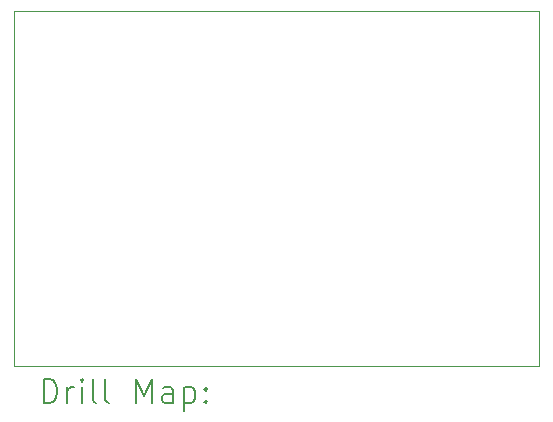
<source format=gbr>
%TF.GenerationSoftware,KiCad,Pcbnew,(6.0.9)*%
%TF.CreationDate,2023-01-18T17:10:18+01:00*%
%TF.ProjectId,buck,6275636b-2e6b-4696-9361-645f70636258,rev?*%
%TF.SameCoordinates,Original*%
%TF.FileFunction,Drillmap*%
%TF.FilePolarity,Positive*%
%FSLAX45Y45*%
G04 Gerber Fmt 4.5, Leading zero omitted, Abs format (unit mm)*
G04 Created by KiCad (PCBNEW (6.0.9)) date 2023-01-18 17:10:18*
%MOMM*%
%LPD*%
G01*
G04 APERTURE LIST*
%ADD10C,0.100000*%
%ADD11C,0.200000*%
G04 APERTURE END LIST*
D10*
X10871200Y-8166100D02*
X15319000Y-8166100D01*
X15319000Y-8166100D02*
X15319000Y-11170900D01*
X15319000Y-11170900D02*
X10871200Y-11170900D01*
X10871200Y-11170900D02*
X10871200Y-8166100D01*
D11*
X11123819Y-11486376D02*
X11123819Y-11286376D01*
X11171438Y-11286376D01*
X11200009Y-11295900D01*
X11219057Y-11314948D01*
X11228581Y-11333995D01*
X11238105Y-11372090D01*
X11238105Y-11400662D01*
X11228581Y-11438757D01*
X11219057Y-11457805D01*
X11200009Y-11476852D01*
X11171438Y-11486376D01*
X11123819Y-11486376D01*
X11323819Y-11486376D02*
X11323819Y-11353043D01*
X11323819Y-11391138D02*
X11333343Y-11372090D01*
X11342867Y-11362567D01*
X11361914Y-11353043D01*
X11380962Y-11353043D01*
X11447628Y-11486376D02*
X11447628Y-11353043D01*
X11447628Y-11286376D02*
X11438105Y-11295900D01*
X11447628Y-11305424D01*
X11457152Y-11295900D01*
X11447628Y-11286376D01*
X11447628Y-11305424D01*
X11571438Y-11486376D02*
X11552390Y-11476852D01*
X11542867Y-11457805D01*
X11542867Y-11286376D01*
X11676200Y-11486376D02*
X11657152Y-11476852D01*
X11647628Y-11457805D01*
X11647628Y-11286376D01*
X11904771Y-11486376D02*
X11904771Y-11286376D01*
X11971438Y-11429233D01*
X12038105Y-11286376D01*
X12038105Y-11486376D01*
X12219057Y-11486376D02*
X12219057Y-11381614D01*
X12209533Y-11362567D01*
X12190486Y-11353043D01*
X12152390Y-11353043D01*
X12133343Y-11362567D01*
X12219057Y-11476852D02*
X12200009Y-11486376D01*
X12152390Y-11486376D01*
X12133343Y-11476852D01*
X12123819Y-11457805D01*
X12123819Y-11438757D01*
X12133343Y-11419709D01*
X12152390Y-11410186D01*
X12200009Y-11410186D01*
X12219057Y-11400662D01*
X12314295Y-11353043D02*
X12314295Y-11553043D01*
X12314295Y-11362567D02*
X12333343Y-11353043D01*
X12371438Y-11353043D01*
X12390486Y-11362567D01*
X12400009Y-11372090D01*
X12409533Y-11391138D01*
X12409533Y-11448281D01*
X12400009Y-11467328D01*
X12390486Y-11476852D01*
X12371438Y-11486376D01*
X12333343Y-11486376D01*
X12314295Y-11476852D01*
X12495248Y-11467328D02*
X12504771Y-11476852D01*
X12495248Y-11486376D01*
X12485724Y-11476852D01*
X12495248Y-11467328D01*
X12495248Y-11486376D01*
X12495248Y-11362567D02*
X12504771Y-11372090D01*
X12495248Y-11381614D01*
X12485724Y-11372090D01*
X12495248Y-11362567D01*
X12495248Y-11381614D01*
M02*

</source>
